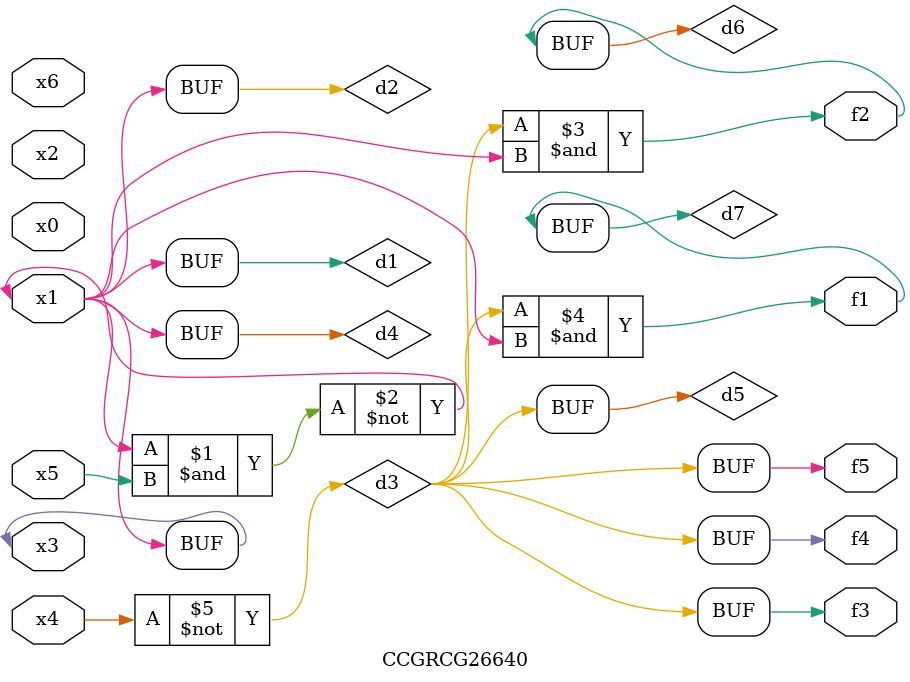
<source format=v>
module CCGRCG26640(
	input x0, x1, x2, x3, x4, x5, x6,
	output f1, f2, f3, f4, f5
);

	wire d1, d2, d3, d4, d5, d6, d7;

	buf (d1, x1, x3);
	nand (d2, x1, x5);
	not (d3, x4);
	buf (d4, d1, d2);
	buf (d5, d3);
	and (d6, d3, d4);
	and (d7, d3, d4);
	assign f1 = d7;
	assign f2 = d6;
	assign f3 = d5;
	assign f4 = d5;
	assign f5 = d5;
endmodule

</source>
